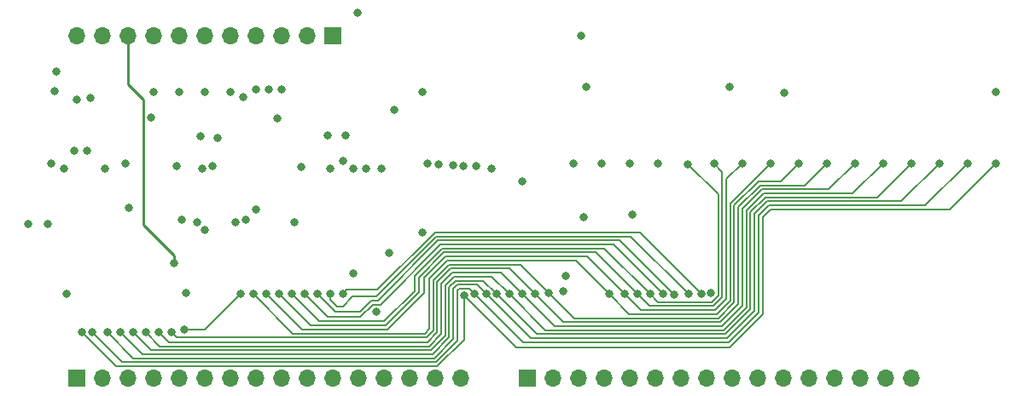
<source format=gbr>
%TF.GenerationSoftware,KiCad,Pcbnew,(5.1.10-1-10_14)*%
%TF.CreationDate,2021-11-12T19:59:20-05:00*%
%TF.ProjectId,address-register-smd,61646472-6573-4732-9d72-656769737465,rev?*%
%TF.SameCoordinates,Original*%
%TF.FileFunction,Copper,L2,Inr*%
%TF.FilePolarity,Positive*%
%FSLAX46Y46*%
G04 Gerber Fmt 4.6, Leading zero omitted, Abs format (unit mm)*
G04 Created by KiCad (PCBNEW (5.1.10-1-10_14)) date 2021-11-12 19:59:20*
%MOMM*%
%LPD*%
G01*
G04 APERTURE LIST*
%TA.AperFunction,ComponentPad*%
%ADD10O,1.700000X1.700000*%
%TD*%
%TA.AperFunction,ComponentPad*%
%ADD11R,1.700000X1.700000*%
%TD*%
%TA.AperFunction,ViaPad*%
%ADD12C,0.800000*%
%TD*%
%TA.AperFunction,Conductor*%
%ADD13C,0.250000*%
%TD*%
%TA.AperFunction,Conductor*%
%ADD14C,0.200000*%
%TD*%
G04 APERTURE END LIST*
D10*
%TO.N,VCC*%
%TO.C,J4*%
X60960000Y-115824000D03*
%TO.N,GND*%
X63500000Y-115824000D03*
%TO.N,CLOCK*%
X66040000Y-115824000D03*
%TO.N,CLEAR*%
X68580000Y-115824000D03*
%TO.N,DEC*%
X71120000Y-115824000D03*
%TO.N,INC*%
X73660000Y-115824000D03*
%TO.N,~LOAD*%
X76200000Y-115824000D03*
%TO.N,~BUS_OUT*%
X78740000Y-115824000D03*
%TO.N,~ADDR_OUT*%
X81280000Y-115824000D03*
%TO.N,CO*%
X83820000Y-115824000D03*
D11*
%TO.N,BO*%
X86360000Y-115824000D03*
%TD*%
D10*
%TO.N,ADDR15*%
%TO.C,J3*%
X143764000Y-149860000D03*
%TO.N,ADDR14*%
X141224000Y-149860000D03*
%TO.N,ADDR13*%
X138684000Y-149860000D03*
%TO.N,ADDR12*%
X136144000Y-149860000D03*
%TO.N,ADDR11*%
X133604000Y-149860000D03*
%TO.N,ADDR10*%
X131064000Y-149860000D03*
%TO.N,ADDR9*%
X128524000Y-149860000D03*
%TO.N,ADDR8*%
X125984000Y-149860000D03*
%TO.N,ADDR7*%
X123444000Y-149860000D03*
%TO.N,ADDR6*%
X120904000Y-149860000D03*
%TO.N,ADDR5*%
X118364000Y-149860000D03*
%TO.N,ADDR4*%
X115824000Y-149860000D03*
%TO.N,ADDR3*%
X113284000Y-149860000D03*
%TO.N,ADDR2*%
X110744000Y-149860000D03*
%TO.N,ADDR1*%
X108204000Y-149860000D03*
D11*
%TO.N,ADDR0*%
X105664000Y-149860000D03*
%TD*%
D10*
%TO.N,BUS15*%
%TO.C,J2*%
X99060000Y-149860000D03*
%TO.N,BUS14*%
X96520000Y-149860000D03*
%TO.N,BUS13*%
X93980000Y-149860000D03*
%TO.N,BUS12*%
X91440000Y-149860000D03*
%TO.N,BUS11*%
X88900000Y-149860000D03*
%TO.N,BUS10*%
X86360000Y-149860000D03*
%TO.N,BUS9*%
X83820000Y-149860000D03*
%TO.N,BUS8*%
X81280000Y-149860000D03*
%TO.N,BUS7*%
X78740000Y-149860000D03*
%TO.N,BUS6*%
X76200000Y-149860000D03*
%TO.N,BUS5*%
X73660000Y-149860000D03*
%TO.N,BUS4*%
X71120000Y-149860000D03*
%TO.N,BUS3*%
X68580000Y-149860000D03*
%TO.N,BUS2*%
X66040000Y-149860000D03*
%TO.N,BUS1*%
X63500000Y-149860000D03*
D11*
%TO.N,BUS0*%
X60960000Y-149860000D03*
%TD*%
D12*
%TO.N,VCC*%
X95250000Y-135382000D03*
X111252000Y-133858000D03*
X58100000Y-134554000D03*
X77724000Y-134112000D03*
X58784655Y-121329650D03*
X68326000Y-123952000D03*
X71120000Y-121412000D03*
X73660000Y-121412000D03*
X76200000Y-121412000D03*
X80865500Y-124045500D03*
X81280000Y-121194990D03*
X78740000Y-121194990D03*
X95250000Y-121412000D03*
%TO.N,GND*%
X90678000Y-143256000D03*
X116078000Y-133604000D03*
X91948000Y-137414000D03*
X56200000Y-134554000D03*
X111506000Y-120904000D03*
X125730000Y-120904000D03*
X152146000Y-121412000D03*
X131214500Y-121515500D03*
X123931869Y-141393018D03*
X109220000Y-141224000D03*
X66167000Y-132969000D03*
X58928000Y-119380000D03*
X78740000Y-133096000D03*
X71827115Y-141423115D03*
X68580000Y-121412000D03*
X92456000Y-123190000D03*
X91186000Y-129032000D03*
X105156000Y-130302000D03*
X76708000Y-134366000D03*
%TO.N,CLOCK*%
X70612000Y-138430000D03*
X88392000Y-139446000D03*
%TO.N,DEC*%
X60706000Y-127254000D03*
%TO.N,INC*%
X61976000Y-127254000D03*
%TO.N,~BUS_OUT*%
X77216000Y-141478000D03*
X71628000Y-145034000D03*
X59944000Y-141478000D03*
X80010000Y-121158000D03*
%TO.N,~ADDR_OUT*%
X109474000Y-139699990D03*
X88859378Y-113574990D03*
X110998000Y-115824000D03*
%TO.N,REG7*%
X70358000Y-145288000D03*
X132588000Y-128524000D03*
X107809982Y-141364018D03*
X73660000Y-135128000D03*
%TO.N,REG6*%
X106426000Y-141478000D03*
X69088000Y-145288000D03*
X135382000Y-128524000D03*
X72898000Y-134366000D03*
%TO.N,REG5*%
X105156000Y-141478000D03*
X67818000Y-145288000D03*
X138176000Y-128524000D03*
X70866000Y-128778000D03*
%TO.N,REG4*%
X103886000Y-141478000D03*
X66548000Y-145288000D03*
X140970000Y-128524000D03*
X71374000Y-134112000D03*
%TO.N,REG3*%
X102616000Y-141478000D03*
X65278000Y-145288000D03*
X143764000Y-128524000D03*
X65786000Y-128524000D03*
%TO.N,REG2*%
X101600000Y-141478000D03*
X64008000Y-145288000D03*
X146558000Y-128524000D03*
X63754000Y-129032000D03*
%TO.N,REG1*%
X62484000Y-145288000D03*
X100424600Y-141457778D03*
X149352000Y-128524000D03*
X58420000Y-128524000D03*
%TO.N,REG0*%
X61468000Y-145288000D03*
X99450088Y-141682164D03*
X152146000Y-128524000D03*
X59690000Y-129032000D03*
%TO.N,Net-(U2-Pad13)*%
X60960000Y-122174000D03*
X73406000Y-129032000D03*
%TO.N,Net-(U2-Pad12)*%
X62357000Y-122047000D03*
X74422000Y-128778000D03*
%TO.N,~LOAD*%
X77470000Y-121920000D03*
%TO.N,Net-(U3-Pad13)*%
X73279000Y-125857000D03*
X86106000Y-129032000D03*
%TO.N,Net-(U3-Pad12)*%
X74930000Y-125984000D03*
X87376000Y-128270000D03*
%TO.N,REG15*%
X87376000Y-141478000D03*
X122935478Y-141478044D03*
X102108000Y-129032000D03*
X110236000Y-128524000D03*
%TO.N,REG14*%
X121666000Y-141478000D03*
X86106000Y-141478000D03*
X100584000Y-128778000D03*
X113030000Y-128524000D03*
%TO.N,REG13*%
X84836000Y-141478000D03*
X120282015Y-141591979D03*
X95758000Y-128524000D03*
X115824000Y-128524000D03*
%TO.N,REG12*%
X119125999Y-141478001D03*
X83566000Y-141478000D03*
X96901000Y-128651000D03*
X118618000Y-128524000D03*
%TO.N,REG11*%
X117856000Y-141478000D03*
X82296000Y-141478000D03*
X89662000Y-129032000D03*
X121629010Y-128596586D03*
%TO.N,REG10*%
X116586000Y-141478000D03*
X81026000Y-141478000D03*
X124206000Y-128524000D03*
X88392000Y-129032000D03*
%TO.N,REG9*%
X115316000Y-141478000D03*
X79756000Y-141478000D03*
X127000000Y-128524000D03*
X83265020Y-128905000D03*
%TO.N,REG8*%
X113792000Y-141478000D03*
X78486000Y-141478000D03*
X129794000Y-128524000D03*
X82550000Y-134366000D03*
%TO.N,Net-(U5-Pad13)*%
X85852000Y-125730000D03*
X98351011Y-128674790D03*
%TO.N,Net-(U5-Pad12)*%
X87630000Y-125730000D03*
X99345328Y-128781356D03*
%TD*%
D13*
%TO.N,CLOCK*%
X66040000Y-115824000D02*
X66040000Y-120650000D01*
X66040000Y-120650000D02*
X67564000Y-122174000D01*
X67564000Y-122174000D02*
X67564000Y-134620000D01*
X70612000Y-137668000D02*
X70612000Y-138430000D01*
X67564000Y-134620000D02*
X70612000Y-137668000D01*
D14*
%TO.N,~BUS_OUT*%
X77216000Y-141478000D02*
X73660000Y-145034000D01*
X73660000Y-145034000D02*
X71628000Y-145034000D01*
%TO.N,REG7*%
X96350012Y-140158488D02*
X97926412Y-138582088D01*
X105028052Y-138582088D02*
X107809982Y-141364018D01*
X70358000Y-145288000D02*
X70904021Y-145834021D01*
X70904021Y-145834021D02*
X95681803Y-145834021D01*
X97926412Y-138582088D02*
X105028052Y-138582088D01*
X95681803Y-145834021D02*
X96350012Y-145165812D01*
X96350012Y-145165812D02*
X96350012Y-140158488D01*
X110349898Y-143903934D02*
X107809982Y-141364018D01*
X126231923Y-132698177D02*
X126231923Y-142350177D01*
X132588000Y-128524000D02*
X130816077Y-130295923D01*
X124678166Y-143903934D02*
X110349898Y-143903934D01*
X128634177Y-130295923D02*
X126231923Y-132698177D01*
X130816077Y-130295923D02*
X128634177Y-130295923D01*
X126231923Y-142350177D02*
X124678166Y-143903934D01*
%TO.N,REG6*%
X95777524Y-146304000D02*
X70104000Y-146304000D01*
X98092101Y-138982099D02*
X96750023Y-140324177D01*
X96750023Y-145331501D02*
X95777524Y-146304000D01*
X103930099Y-138982099D02*
X98092101Y-138982099D01*
X106426000Y-141478000D02*
X103930099Y-138982099D01*
X70104000Y-146304000D02*
X69088000Y-145288000D01*
X96750023Y-140324177D02*
X96750023Y-145331501D01*
X133210066Y-130695934D02*
X135382000Y-128524000D01*
X126631934Y-132863866D02*
X128799866Y-130695934D01*
X128799866Y-130695934D02*
X133210066Y-130695934D01*
X106426000Y-141478000D02*
X109251945Y-144303945D01*
X124843855Y-144303945D02*
X126631934Y-142515866D01*
X109251945Y-144303945D02*
X124843855Y-144303945D01*
X126631934Y-142515866D02*
X126631934Y-132863866D01*
%TO.N,REG5*%
X67818000Y-145288000D02*
X69234011Y-146704011D01*
X69234011Y-146704011D02*
X95943213Y-146704011D01*
X95943213Y-146704011D02*
X97150034Y-145497190D01*
X98257790Y-139382110D02*
X103060110Y-139382110D01*
X97150034Y-140489866D02*
X98257790Y-139382110D01*
X97150034Y-145497190D02*
X97150034Y-140489866D01*
X103060110Y-139382110D02*
X105156000Y-141478000D01*
X125009544Y-144703956D02*
X108381956Y-144703956D01*
X108381956Y-144703956D02*
X105156000Y-141478000D01*
X127031945Y-142681555D02*
X125009544Y-144703956D01*
X128965555Y-131095945D02*
X127031945Y-133029555D01*
X127031945Y-133029555D02*
X127031945Y-142681555D01*
X135604055Y-131095945D02*
X128965555Y-131095945D01*
X138176000Y-128524000D02*
X135604055Y-131095945D01*
%TO.N,REG4*%
X103886000Y-141478000D02*
X102190121Y-139782121D01*
X98423479Y-139782121D02*
X97550045Y-140655555D01*
X97550045Y-140655555D02*
X97550045Y-145662879D01*
X102190121Y-139782121D02*
X98423479Y-139782121D01*
X97550045Y-145662879D02*
X96108902Y-147104022D01*
X68364022Y-147104022D02*
X66548000Y-145288000D01*
X96108902Y-147104022D02*
X68364022Y-147104022D01*
X137998044Y-131495956D02*
X140970000Y-128524000D01*
X107511967Y-145103967D02*
X125175233Y-145103967D01*
X127431956Y-133195244D02*
X129131244Y-131495956D01*
X103886000Y-141478000D02*
X107511967Y-145103967D01*
X127431956Y-142847244D02*
X127431956Y-133195244D01*
X125175233Y-145103967D02*
X127431956Y-142847244D01*
X129131244Y-131495956D02*
X137998044Y-131495956D01*
%TO.N,REG3*%
X97950056Y-140821244D02*
X97950056Y-145828568D01*
X96274591Y-147504033D02*
X67494033Y-147504033D01*
X101320132Y-140182132D02*
X98589168Y-140182132D01*
X102616000Y-141478000D02*
X101320132Y-140182132D01*
X67494033Y-147504033D02*
X65278000Y-145288000D01*
X97950056Y-145828568D02*
X96274591Y-147504033D01*
X98589168Y-140182132D02*
X97950056Y-140821244D01*
X127831967Y-133360933D02*
X127831967Y-143012933D01*
X143764000Y-128524000D02*
X140392033Y-131895967D01*
X127831967Y-143012933D02*
X125340922Y-145503978D01*
X125340922Y-145503978D02*
X106641978Y-145503978D01*
X140392033Y-131895967D02*
X129296933Y-131895967D01*
X129296933Y-131895967D02*
X127831967Y-133360933D01*
X106641978Y-145503978D02*
X102616000Y-141478000D01*
%TO.N,REG2*%
X98754857Y-140582143D02*
X98350067Y-140986933D01*
X96440280Y-147904044D02*
X66624044Y-147904044D01*
X100704143Y-140582143D02*
X98754857Y-140582143D01*
X98350067Y-140986933D02*
X98350067Y-145994257D01*
X66624044Y-147904044D02*
X64008000Y-145288000D01*
X98350067Y-145994257D02*
X96440280Y-147904044D01*
X101600000Y-141478000D02*
X100704143Y-140582143D01*
X128231978Y-143178622D02*
X128231978Y-133526622D01*
X125506611Y-145903989D02*
X128231978Y-143178622D01*
X128231978Y-133526622D02*
X129462622Y-132295978D01*
X106025989Y-145903989D02*
X125506611Y-145903989D01*
X101600000Y-141478000D02*
X106025989Y-145903989D01*
X142786022Y-132295978D02*
X146558000Y-128524000D01*
X129462622Y-132295978D02*
X142786022Y-132295978D01*
%TO.N,REG1*%
X98920546Y-140982154D02*
X99948976Y-140982154D01*
X98750078Y-141152622D02*
X98920546Y-140982154D01*
X62484000Y-145288000D02*
X65500055Y-148304055D01*
X99948976Y-140982154D02*
X100424600Y-141457778D01*
X65500055Y-148304055D02*
X96605969Y-148304055D01*
X98750078Y-146159946D02*
X98750078Y-141152622D01*
X96605969Y-148304055D02*
X98750078Y-146159946D01*
X129628311Y-132695989D02*
X128631989Y-133692311D01*
X149352000Y-128524000D02*
X145180011Y-132695989D01*
X145180011Y-132695989D02*
X129628311Y-132695989D01*
X128631989Y-133692311D02*
X128631989Y-143344311D01*
X128631989Y-143344311D02*
X125672300Y-146304000D01*
X125672300Y-146304000D02*
X105270822Y-146304000D01*
X105270822Y-146304000D02*
X100424600Y-141457778D01*
%TO.N,REG0*%
X99450088Y-146025636D02*
X99450088Y-141682164D01*
X64884066Y-148704066D02*
X96771658Y-148704066D01*
X61468000Y-145288000D02*
X64884066Y-148704066D01*
X96771658Y-148704066D02*
X99450088Y-146025636D01*
X104579924Y-146812000D02*
X99450088Y-141682164D01*
X125730000Y-146812000D02*
X104579924Y-146812000D01*
X129032000Y-143510000D02*
X125730000Y-146812000D01*
X147574000Y-133096000D02*
X129794000Y-133096000D01*
X152146000Y-128524000D02*
X147574000Y-133096000D01*
X129794000Y-133096000D02*
X129032000Y-133858000D01*
X129032000Y-133858000D02*
X129032000Y-143510000D01*
%TO.N,REG15*%
X87775999Y-141078001D02*
X90823999Y-141078001D01*
X90823999Y-141078001D02*
X96520000Y-135382000D01*
X116839434Y-135382000D02*
X122935478Y-141478044D01*
X87376000Y-141478000D02*
X87775999Y-141078001D01*
X96520000Y-135382000D02*
X116839434Y-135382000D01*
%TO.N,REG14*%
X96685689Y-135782011D02*
X90711723Y-141755977D01*
X87376000Y-142748000D02*
X86810315Y-142748000D01*
X115970011Y-135782011D02*
X96685689Y-135782011D01*
X86810315Y-142748000D02*
X86106000Y-142043685D01*
X121666000Y-141478000D02*
X115970011Y-135782011D01*
X90711723Y-141755977D02*
X88368023Y-141755977D01*
X88368023Y-141755977D02*
X87376000Y-142748000D01*
X86106000Y-142043685D02*
X86106000Y-141478000D01*
%TO.N,REG13*%
X90877412Y-142155988D02*
X96851378Y-136182022D01*
X96851378Y-136182022D02*
X114872058Y-136182022D01*
X114872058Y-136182022D02*
X120282015Y-141591979D01*
X86614000Y-143256000D02*
X89076298Y-143256000D01*
X89076298Y-143256000D02*
X90176310Y-142155988D01*
X84836000Y-141478000D02*
X86614000Y-143256000D01*
X90176310Y-142155988D02*
X90877412Y-142155988D01*
%TO.N,REG12*%
X89133998Y-143764000D02*
X85852000Y-143764000D01*
X91124001Y-142555999D02*
X90341999Y-142555999D01*
X90341999Y-142555999D02*
X89133998Y-143764000D01*
X85852000Y-143764000D02*
X83566000Y-141478000D01*
X119125999Y-141478001D02*
X114230033Y-136582033D01*
X114230033Y-136582033D02*
X97097967Y-136582033D01*
X97097967Y-136582033D02*
X91124001Y-142555999D01*
%TO.N,REG11*%
X97263656Y-136982044D02*
X113360044Y-136982044D01*
X82296000Y-141478000D02*
X85028001Y-144210001D01*
X94516850Y-141195150D02*
X94516850Y-139728850D01*
X113360044Y-136982044D02*
X117856000Y-141478000D01*
X85028001Y-144210001D02*
X91501999Y-144210001D01*
X91501999Y-144210001D02*
X94516850Y-141195150D01*
X94516850Y-139728850D02*
X97263656Y-136982044D01*
X124631879Y-131599455D02*
X121629010Y-128596586D01*
X124631879Y-141687421D02*
X124631879Y-131599455D01*
X118681890Y-142303890D02*
X124015410Y-142303890D01*
X117856000Y-141478000D02*
X118681890Y-142303890D01*
X124015410Y-142303890D02*
X124631879Y-141687421D01*
%TO.N,REG10*%
X84181988Y-144633988D02*
X81026000Y-141478000D01*
X94916861Y-141360839D02*
X91643712Y-144633988D01*
X97429345Y-137382055D02*
X94916861Y-139894539D01*
X94916861Y-139894539D02*
X94916861Y-141360839D01*
X91643712Y-144633988D02*
X84181988Y-144633988D01*
X116586000Y-141478000D02*
X112490055Y-137382055D01*
X112490055Y-137382055D02*
X97429345Y-137382055D01*
X117811901Y-142703901D02*
X116586000Y-141478000D01*
X125031890Y-141853110D02*
X124181099Y-142703901D01*
X125031890Y-129349890D02*
X125031890Y-141853110D01*
X124181099Y-142703901D02*
X117811901Y-142703901D01*
X124206000Y-128524000D02*
X125031890Y-129349890D01*
%TO.N,REG9*%
X111620066Y-137782066D02*
X115316000Y-141478000D01*
X95472055Y-141371345D02*
X95472055Y-139905045D01*
X83311999Y-145033999D02*
X91809401Y-145033999D01*
X95472055Y-139905045D02*
X97595034Y-137782066D01*
X79756000Y-141478000D02*
X83311999Y-145033999D01*
X97595034Y-137782066D02*
X111620066Y-137782066D01*
X91809401Y-145033999D02*
X95472055Y-141371345D01*
X125431901Y-142018799D02*
X124346788Y-143103912D01*
X127000000Y-128524000D02*
X125431901Y-130092099D01*
X125431901Y-130092099D02*
X125431901Y-142018799D01*
X124346788Y-143103912D02*
X116941912Y-143103912D01*
X116941912Y-143103912D02*
X115316000Y-141478000D01*
%TO.N,REG8*%
X97760723Y-138182077D02*
X95950001Y-139992799D01*
X113792000Y-141478000D02*
X110496077Y-138182077D01*
X95516114Y-145434010D02*
X82442010Y-145434010D01*
X110496077Y-138182077D02*
X97760723Y-138182077D01*
X82442010Y-145434010D02*
X78486000Y-141478000D01*
X95950001Y-145000123D02*
X95516114Y-145434010D01*
X95950001Y-139992799D02*
X95950001Y-145000123D01*
X129794000Y-128524000D02*
X125831912Y-132486088D01*
X115817923Y-143503923D02*
X113792000Y-141478000D01*
X125831912Y-142184488D02*
X124512477Y-143503923D01*
X124512477Y-143503923D02*
X115817923Y-143503923D01*
X125831912Y-132486088D02*
X125831912Y-142184488D01*
%TD*%
M02*

</source>
